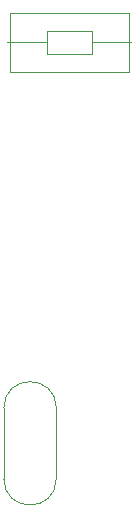
<source format=gbr>
%FSLAX34Y34*%
%MOMM*%
%LNSILK_TOP*%
G71*
G01*
%ADD10C, 0.100*%
%LPD*%
G54D10*
X76588Y-428331D02*
X76588Y-488631D01*
G54D10*
X32188Y-428431D02*
X32188Y-488731D01*
G54D10*
G75*
G01X76612Y-428531D02*
G03X32212Y-428531I-22200J0D01*
G01*
G54D10*
G75*
G01X32212Y-488631D02*
G03X76612Y-488631I22200J0D01*
G01*
G54D10*
X68575Y-109662D02*
X68575Y-128662D01*
X106575Y-128662D01*
X106575Y-109662D01*
X68575Y-109662D01*
G54D10*
X68475Y-119162D02*
X35175Y-119162D01*
G54D10*
X139975Y-119162D02*
X106675Y-119162D01*
G54D10*
X37762Y-94250D02*
X37762Y-144250D01*
X137762Y-144250D01*
X137762Y-94250D01*
X37762Y-94250D01*
M02*

</source>
